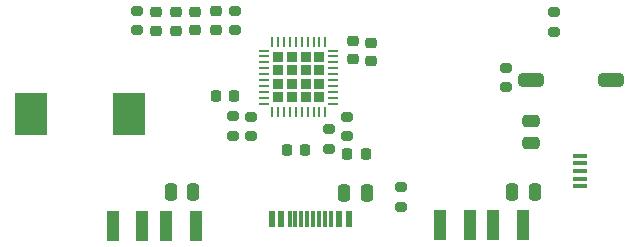
<source format=gbr>
%TF.GenerationSoftware,KiCad,Pcbnew,9.0.3*%
%TF.CreationDate,2025-09-25T12:47:50+01:00*%
%TF.ProjectId,power_bank,706f7765-725f-4626-916e-6b2e6b696361,rev?*%
%TF.SameCoordinates,Original*%
%TF.FileFunction,Paste,Top*%
%TF.FilePolarity,Positive*%
%FSLAX46Y46*%
G04 Gerber Fmt 4.6, Leading zero omitted, Abs format (unit mm)*
G04 Created by KiCad (PCBNEW 9.0.3) date 2025-09-25 12:47:50*
%MOMM*%
%LPD*%
G01*
G04 APERTURE LIST*
G04 Aperture macros list*
%AMRoundRect*
0 Rectangle with rounded corners*
0 $1 Rounding radius*
0 $2 $3 $4 $5 $6 $7 $8 $9 X,Y pos of 4 corners*
0 Add a 4 corners polygon primitive as box body*
4,1,4,$2,$3,$4,$5,$6,$7,$8,$9,$2,$3,0*
0 Add four circle primitives for the rounded corners*
1,1,$1+$1,$2,$3*
1,1,$1+$1,$4,$5*
1,1,$1+$1,$6,$7*
1,1,$1+$1,$8,$9*
0 Add four rect primitives between the rounded corners*
20,1,$1+$1,$2,$3,$4,$5,0*
20,1,$1+$1,$4,$5,$6,$7,0*
20,1,$1+$1,$6,$7,$8,$9,0*
20,1,$1+$1,$8,$9,$2,$3,0*%
G04 Aperture macros list end*
%ADD10RoundRect,0.225000X-0.250000X0.225000X-0.250000X-0.225000X0.250000X-0.225000X0.250000X0.225000X0*%
%ADD11RoundRect,0.218750X-0.256250X0.218750X-0.256250X-0.218750X0.256250X-0.218750X0.256250X0.218750X0*%
%ADD12RoundRect,0.225000X-0.225000X-0.250000X0.225000X-0.250000X0.225000X0.250000X-0.225000X0.250000X0*%
%ADD13RoundRect,0.250000X0.830000X0.310000X-0.830000X0.310000X-0.830000X-0.310000X0.830000X-0.310000X0*%
%ADD14RoundRect,0.232500X-0.232500X-0.232500X0.232500X-0.232500X0.232500X0.232500X-0.232500X0.232500X0*%
%ADD15RoundRect,0.062500X-0.350000X-0.062500X0.350000X-0.062500X0.350000X0.062500X-0.350000X0.062500X0*%
%ADD16RoundRect,0.062500X-0.062500X-0.350000X0.062500X-0.350000X0.062500X0.350000X-0.062500X0.350000X0*%
%ADD17RoundRect,0.200000X-0.275000X0.200000X-0.275000X-0.200000X0.275000X-0.200000X0.275000X0.200000X0*%
%ADD18RoundRect,0.218750X0.218750X0.256250X-0.218750X0.256250X-0.218750X-0.256250X0.218750X-0.256250X0*%
%ADD19RoundRect,0.218750X0.256250X-0.218750X0.256250X0.218750X-0.256250X0.218750X-0.256250X-0.218750X0*%
%ADD20RoundRect,0.250000X-0.250000X-0.475000X0.250000X-0.475000X0.250000X0.475000X-0.250000X0.475000X0*%
%ADD21RoundRect,0.200000X0.275000X-0.200000X0.275000X0.200000X-0.275000X0.200000X-0.275000X-0.200000X0*%
%ADD22RoundRect,0.250000X0.250000X0.475000X-0.250000X0.475000X-0.250000X-0.475000X0.250000X-0.475000X0*%
%ADD23R,1.300000X0.450000*%
%ADD24R,1.100000X2.500000*%
%ADD25R,2.700000X3.600000*%
%ADD26RoundRect,0.250000X0.475000X-0.250000X0.475000X0.250000X-0.475000X0.250000X-0.475000X-0.250000X0*%
%ADD27R,0.600000X1.450000*%
%ADD28R,0.300000X1.450000*%
G04 APERTURE END LIST*
D10*
%TO.C,CIN1..7*%
X121650000Y-98760000D03*
X121650000Y-100310000D03*
%TD*%
D11*
%TO.C,D6*%
X103480000Y-96202500D03*
X103480000Y-97777500D03*
%TD*%
D10*
%TO.C,CIN1..8*%
X120160000Y-98590000D03*
X120160000Y-100140000D03*
%TD*%
D12*
%TO.C,CIN1..3*%
X114535000Y-107870000D03*
X116085000Y-107870000D03*
%TD*%
D13*
%TO.C,SW1*%
X141985000Y-101960000D03*
X135255000Y-101960000D03*
%TD*%
D14*
%TO.C,U4*%
X113830000Y-99960000D03*
X113830000Y-101110000D03*
X113830000Y-102260000D03*
X113830000Y-103410000D03*
X114980000Y-99960000D03*
X114980000Y-101110000D03*
X114980000Y-102260000D03*
X114980000Y-103410000D03*
X116130000Y-99960000D03*
X116130000Y-101110000D03*
X116130000Y-102260000D03*
X116130000Y-103410000D03*
X117280000Y-99960000D03*
X117280000Y-101110000D03*
X117280000Y-102260000D03*
X117280000Y-103410000D03*
D15*
X112617500Y-99435000D03*
X112617500Y-99935000D03*
X112617500Y-100435000D03*
X112617500Y-100935000D03*
X112617500Y-101435000D03*
X112617500Y-101935000D03*
X112617500Y-102435000D03*
X112617500Y-102935000D03*
X112617500Y-103435000D03*
X112617500Y-103935000D03*
D16*
X113305000Y-104622500D03*
X113805000Y-104622500D03*
X114305000Y-104622500D03*
X114805000Y-104622500D03*
X115305000Y-104622500D03*
X115805000Y-104622500D03*
X116305000Y-104622500D03*
X116805000Y-104622500D03*
X117305000Y-104622500D03*
X117805000Y-104622500D03*
D15*
X118492500Y-103935000D03*
X118492500Y-103435000D03*
X118492500Y-102935000D03*
X118492500Y-102435000D03*
X118492500Y-101935000D03*
X118492500Y-101435000D03*
X118492500Y-100935000D03*
X118492500Y-100435000D03*
X118492500Y-99935000D03*
X118492500Y-99435000D03*
D16*
X117805000Y-98747500D03*
X117305000Y-98747500D03*
X116805000Y-98747500D03*
X116305000Y-98747500D03*
X115805000Y-98747500D03*
X115305000Y-98747500D03*
X114805000Y-98747500D03*
X114305000Y-98747500D03*
X113805000Y-98747500D03*
X113305000Y-98747500D03*
%TD*%
D17*
%TO.C,R4*%
X110130000Y-96075000D03*
X110130000Y-97725000D03*
%TD*%
D18*
%TO.C,D4*%
X121247500Y-108180000D03*
X119672500Y-108180000D03*
%TD*%
D19*
%TO.C,D1*%
X108550000Y-97655000D03*
X108550000Y-96080000D03*
%TD*%
D20*
%TO.C,CIN1..10*%
X133640000Y-111370000D03*
X135540000Y-111370000D03*
%TD*%
D17*
%TO.C,R1*%
X124240000Y-111025000D03*
X124240000Y-112675000D03*
%TD*%
D21*
%TO.C,R5*%
X101840000Y-97705000D03*
X101840000Y-96055000D03*
%TD*%
D22*
%TO.C,CIN1..11*%
X106620000Y-111450000D03*
X104720000Y-111450000D03*
%TD*%
D23*
%TO.C,J4*%
X139335000Y-110935000D03*
X139335000Y-110285000D03*
X139335000Y-109635000D03*
X139335000Y-108985000D03*
X139335000Y-108335000D03*
%TD*%
D17*
%TO.C,R9*%
X109975000Y-105002500D03*
X109975000Y-106652500D03*
%TD*%
%TO.C,R8*%
X111525000Y-105032500D03*
X111525000Y-106682500D03*
%TD*%
%TO.C,R7*%
X119615000Y-105037500D03*
X119615000Y-106687500D03*
%TD*%
%TO.C,R12*%
X118120000Y-106110000D03*
X118120000Y-107760000D03*
%TD*%
D20*
%TO.C,CIN1..12*%
X119420000Y-111470000D03*
X121320000Y-111470000D03*
%TD*%
D24*
%TO.C,J1*%
X106820000Y-114320000D03*
X104320000Y-114320000D03*
X102320000Y-114320000D03*
X99820000Y-114320000D03*
%TD*%
D11*
%TO.C,D5*%
X106810000Y-96162500D03*
X106810000Y-97737500D03*
%TD*%
D17*
%TO.C,R11*%
X137180000Y-96190000D03*
X137180000Y-97840000D03*
%TD*%
D25*
%TO.C,L2*%
X101200000Y-104820000D03*
X92900000Y-104820000D03*
%TD*%
D24*
%TO.C,J2*%
X134520000Y-114170000D03*
X132020000Y-114170000D03*
X130020000Y-114170000D03*
X127520000Y-114170000D03*
%TD*%
D17*
%TO.C,R10*%
X133080000Y-100905000D03*
X133080000Y-102555000D03*
%TD*%
D12*
%TO.C,CIN1..4*%
X108535000Y-103320000D03*
X110085000Y-103320000D03*
%TD*%
D26*
%TO.C,CIN1..9*%
X135250000Y-107280000D03*
X135250000Y-105380000D03*
%TD*%
D19*
%TO.C,D2*%
X105150000Y-97750000D03*
X105150000Y-96175000D03*
%TD*%
D27*
%TO.C,J5*%
X113280000Y-113735000D03*
X114080000Y-113735000D03*
D28*
X115280000Y-113735000D03*
X116280000Y-113735000D03*
X116780000Y-113735000D03*
X117780000Y-113735000D03*
D27*
X118980000Y-113735000D03*
X119780000Y-113735000D03*
X119780000Y-113735000D03*
X118980000Y-113735000D03*
D28*
X118280000Y-113735000D03*
X117280000Y-113735000D03*
X115780000Y-113735000D03*
X114780000Y-113735000D03*
D27*
X114080000Y-113735000D03*
X113280000Y-113735000D03*
%TD*%
M02*

</source>
